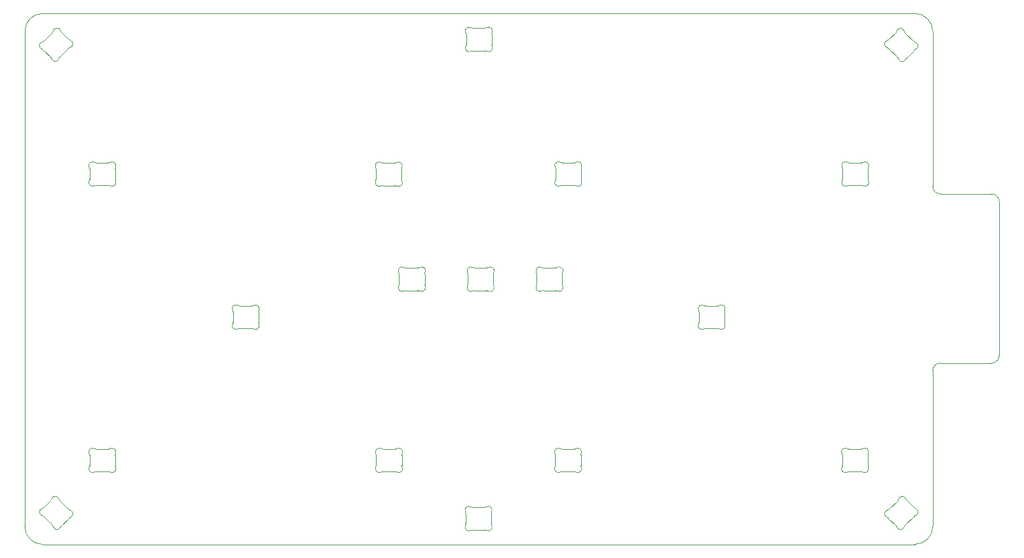
<source format=gm1>
%TF.GenerationSoftware,KiCad,Pcbnew,(7.0.0)*%
%TF.CreationDate,2023-03-23T02:06:17-06:00*%
%TF.ProjectId,PicoLX,5069636f-4c58-42e6-9b69-6361645f7063,rev?*%
%TF.SameCoordinates,Original*%
%TF.FileFunction,Profile,NP*%
%FSLAX46Y46*%
G04 Gerber Fmt 4.6, Leading zero omitted, Abs format (unit mm)*
G04 Created by KiCad (PCBNEW (7.0.0)) date 2023-03-23 02:06:17*
%MOMM*%
%LPD*%
G01*
G04 APERTURE LIST*
%TA.AperFunction,Profile*%
%ADD10C,0.100000*%
%TD*%
G04 APERTURE END LIST*
D10*
X219675000Y-108500000D02*
X219679352Y-129243584D01*
X219675000Y-84000000D02*
X219679352Y-63362334D01*
X219675000Y-84000000D02*
G75*
G03*
X220675000Y-85000000I1000000J0D01*
G01*
X220675000Y-107500000D02*
G75*
G03*
X219675000Y-108500000I0J-1000000D01*
G01*
X227500000Y-107500000D02*
G75*
G03*
X228500000Y-106500000I0J1000000D01*
G01*
X228500000Y-86000000D02*
G75*
G03*
X227500000Y-85000000I-1000000J0D01*
G01*
X228500000Y-106500000D02*
X228500000Y-86000000D01*
X227500000Y-107500000D02*
X220675000Y-107500000D01*
X220675000Y-85000000D02*
X227500000Y-85000000D01*
X217298102Y-131624852D02*
G75*
G03*
X219679352Y-129243584I-202J2381452D01*
G01*
X99029266Y-129243584D02*
G75*
G03*
X101410602Y-131624834I2381334J84D01*
G01*
X101410602Y-60981052D02*
G75*
G03*
X99029352Y-63362334I-2J-2381248D01*
G01*
X99029352Y-129243584D02*
X99029352Y-63362334D01*
X219679316Y-63362334D02*
G75*
G03*
X217298102Y-60981084I-2381216J34D01*
G01*
X217298102Y-131624834D02*
X101410602Y-131624834D01*
X101410602Y-60981084D02*
X217298102Y-60981084D01*
%TO.C,LED2*%
X101493751Y-65851620D02*
G75*
G03*
X101305392Y-65733269I-353537J-353596D01*
G01*
X101343714Y-64777718D02*
G75*
G03*
X101570382Y-64647639I-126892J483642D01*
G01*
X103779536Y-63259125D02*
G75*
G03*
X102823986Y-63297445I-471918J-165204D01*
G01*
X103779536Y-63259124D02*
G75*
G03*
X103897901Y-63447472I471910J165200D01*
G01*
X102693907Y-63524114D02*
G75*
G03*
X102823986Y-63297445I-353561J353558D01*
G01*
X104891871Y-64441441D02*
G75*
G03*
X105080217Y-64559805I353547J353546D01*
G01*
X102606070Y-67033950D02*
G75*
G03*
X102487707Y-66845603I-471911J-165197D01*
G01*
X103691702Y-66768960D02*
G75*
G03*
X103561624Y-66995628I353562J-353558D01*
G01*
X105041895Y-65515355D02*
G75*
G03*
X104815227Y-65645433I126890J-483640D01*
G01*
X105041895Y-65515353D02*
G75*
G03*
X105080217Y-64559806I-126884J483631D01*
G01*
X101343715Y-64777720D02*
G75*
G03*
X101305392Y-65733268I126884J-483631D01*
G01*
X102606073Y-67033949D02*
G75*
G03*
X103561623Y-66995628I471918J165205D01*
G01*
X104891870Y-64441440D02*
X103897901Y-63447472D01*
X103691702Y-66768959D02*
X104815227Y-65645433D01*
X102693907Y-63524114D02*
X101570382Y-64647639D01*
X101493740Y-65851633D02*
X102487708Y-66845602D01*
%TO.C,LED19*%
X148770001Y-97052841D02*
X148770001Y-95647157D01*
X151264452Y-97849999D02*
X149675548Y-97849999D01*
X149675548Y-94850000D02*
X151264453Y-94850000D01*
X152169999Y-95647157D02*
X152169999Y-97052841D01*
X149423289Y-94781700D02*
G75*
G03*
X148720516Y-95430279I-252259J-431700D01*
G01*
X148720517Y-97269720D02*
G75*
G03*
X149423289Y-97918295I450514J-216876D01*
G01*
X152219484Y-95430279D02*
G75*
G03*
X151516711Y-94781701I-450514J216878D01*
G01*
X151264453Y-94850000D02*
G75*
G03*
X151516711Y-94781701I-3J500009D01*
G01*
X149423289Y-94781700D02*
G75*
G03*
X149675547Y-94849999I252261J431710D01*
G01*
X148770003Y-95647157D02*
G75*
G03*
X148720516Y-95430279I-499993J-3D01*
G01*
X152219484Y-95430279D02*
G75*
G03*
X152169999Y-95647156I450505J-216876D01*
G01*
X151516711Y-97918298D02*
G75*
G03*
X151264452Y-97849999I-252261J-431710D01*
G01*
X152170000Y-97052841D02*
G75*
G03*
X152219485Y-97269719I499989J-2D01*
G01*
X151516711Y-97918298D02*
G75*
G03*
X152219483Y-97269718I252259J431700D01*
G01*
X149675548Y-97850000D02*
G75*
G03*
X149423290Y-97918298I2J-500010D01*
G01*
X148720500Y-97269711D02*
G75*
G03*
X148770001Y-97052842I-450500J216911D01*
G01*
%TO.C,LED18*%
X157900001Y-97052841D02*
X157900001Y-95647157D01*
X160394452Y-97849999D02*
X158805548Y-97849999D01*
X158805548Y-94850000D02*
X160394453Y-94850000D01*
X161299999Y-95647157D02*
X161299999Y-97052841D01*
X158553289Y-94781700D02*
G75*
G03*
X157850516Y-95430279I-252259J-431700D01*
G01*
X157850517Y-97269720D02*
G75*
G03*
X158553289Y-97918295I450514J-216876D01*
G01*
X161349484Y-95430279D02*
G75*
G03*
X160646711Y-94781701I-450514J216878D01*
G01*
X160394453Y-94850000D02*
G75*
G03*
X160646711Y-94781701I-3J500009D01*
G01*
X158553289Y-94781700D02*
G75*
G03*
X158805547Y-94849999I252261J431710D01*
G01*
X157900003Y-95647157D02*
G75*
G03*
X157850516Y-95430279I-499993J-3D01*
G01*
X161349484Y-95430279D02*
G75*
G03*
X161299999Y-95647156I450505J-216876D01*
G01*
X160646711Y-97918298D02*
G75*
G03*
X160394452Y-97849999I-252261J-431710D01*
G01*
X161300000Y-97052841D02*
G75*
G03*
X161349485Y-97269719I499989J-2D01*
G01*
X160646711Y-97918298D02*
G75*
G03*
X161349483Y-97269718I252259J431700D01*
G01*
X158805548Y-97850000D02*
G75*
G03*
X158553290Y-97918298I2J-500010D01*
G01*
X157850500Y-97269711D02*
G75*
G03*
X157900001Y-97052842I-450500J216911D01*
G01*
%TO.C,LED17*%
X167050001Y-97052841D02*
X167050001Y-95647157D01*
X169544452Y-97849999D02*
X167955548Y-97849999D01*
X167955548Y-94850000D02*
X169544453Y-94850000D01*
X170449999Y-95647157D02*
X170449999Y-97052841D01*
X167703289Y-94781700D02*
G75*
G03*
X167000516Y-95430279I-252259J-431700D01*
G01*
X167000517Y-97269720D02*
G75*
G03*
X167703289Y-97918295I450514J-216876D01*
G01*
X170499484Y-95430279D02*
G75*
G03*
X169796711Y-94781701I-450514J216878D01*
G01*
X169544453Y-94850000D02*
G75*
G03*
X169796711Y-94781701I-3J500009D01*
G01*
X167703289Y-94781700D02*
G75*
G03*
X167955547Y-94849999I252261J431710D01*
G01*
X167050003Y-95647157D02*
G75*
G03*
X167000516Y-95430279I-499993J-3D01*
G01*
X170499484Y-95430279D02*
G75*
G03*
X170449999Y-95647156I450505J-216876D01*
G01*
X169796711Y-97918298D02*
G75*
G03*
X169544452Y-97849999I-252261J-431710D01*
G01*
X170450000Y-97052841D02*
G75*
G03*
X170499485Y-97269719I499989J-2D01*
G01*
X169796711Y-97918298D02*
G75*
G03*
X170499483Y-97269718I252259J431700D01*
G01*
X167955548Y-97850000D02*
G75*
G03*
X167703290Y-97918298I2J-500010D01*
G01*
X167000500Y-97269711D02*
G75*
G03*
X167050001Y-97052842I-450500J216911D01*
G01*
%TO.C,LED16*%
X107640001Y-83052841D02*
X107640001Y-81647157D01*
X110134452Y-83849999D02*
X108545548Y-83849999D01*
X108545548Y-80850000D02*
X110134453Y-80850000D01*
X111039999Y-81647157D02*
X111039999Y-83052841D01*
X108293289Y-80781700D02*
G75*
G03*
X107590516Y-81430279I-252259J-431700D01*
G01*
X107590517Y-83269720D02*
G75*
G03*
X108293289Y-83918295I450514J-216876D01*
G01*
X111089484Y-81430279D02*
G75*
G03*
X110386711Y-80781701I-450514J216878D01*
G01*
X110134453Y-80850000D02*
G75*
G03*
X110386711Y-80781701I-3J500009D01*
G01*
X108293289Y-80781700D02*
G75*
G03*
X108545547Y-80849999I252261J431710D01*
G01*
X107640003Y-81647157D02*
G75*
G03*
X107590516Y-81430279I-499993J-3D01*
G01*
X111089484Y-81430279D02*
G75*
G03*
X111039999Y-81647156I450505J-216876D01*
G01*
X110386711Y-83918298D02*
G75*
G03*
X110134452Y-83849999I-252261J-431710D01*
G01*
X111040000Y-83052841D02*
G75*
G03*
X111089485Y-83269719I499989J-2D01*
G01*
X110386711Y-83918298D02*
G75*
G03*
X111089483Y-83269718I252259J431700D01*
G01*
X108545548Y-83850000D02*
G75*
G03*
X108293290Y-83918298I2J-500010D01*
G01*
X107590500Y-83269711D02*
G75*
G03*
X107640001Y-83052842I-450500J216911D01*
G01*
%TO.C,LED15*%
X107590500Y-121369711D02*
G75*
G03*
X107640001Y-121152842I-450500J216911D01*
G01*
X108545548Y-121950000D02*
G75*
G03*
X108293290Y-122018298I2J-500010D01*
G01*
X110386711Y-122018298D02*
G75*
G03*
X111089483Y-121369718I252259J431700D01*
G01*
X111040000Y-121152841D02*
G75*
G03*
X111089485Y-121369719I499989J-2D01*
G01*
X110386711Y-122018298D02*
G75*
G03*
X110134452Y-121949999I-252261J-431710D01*
G01*
X111089484Y-119530279D02*
G75*
G03*
X111039999Y-119747156I450505J-216876D01*
G01*
X107640003Y-119747157D02*
G75*
G03*
X107590516Y-119530279I-499993J-3D01*
G01*
X108293289Y-118881700D02*
G75*
G03*
X108545547Y-118949999I252261J431710D01*
G01*
X110134453Y-118950000D02*
G75*
G03*
X110386711Y-118881701I-3J500009D01*
G01*
X111089484Y-119530279D02*
G75*
G03*
X110386711Y-118881701I-450514J216878D01*
G01*
X107590517Y-121369720D02*
G75*
G03*
X108293289Y-122018295I450514J-216876D01*
G01*
X108293289Y-118881700D02*
G75*
G03*
X107590516Y-119530279I-252259J-431700D01*
G01*
X111039999Y-119747157D02*
X111039999Y-121152841D01*
X108545548Y-118950000D02*
X110134453Y-118950000D01*
X110134452Y-121949999D02*
X108545548Y-121949999D01*
X107640001Y-121152841D02*
X107640001Y-119747157D01*
%TO.C,LED14*%
X126690001Y-102102841D02*
X126690001Y-100697157D01*
X129184452Y-102899999D02*
X127595548Y-102899999D01*
X127595548Y-99900000D02*
X129184453Y-99900000D01*
X130089999Y-100697157D02*
X130089999Y-102102841D01*
X127343289Y-99831700D02*
G75*
G03*
X126640516Y-100480279I-252259J-431700D01*
G01*
X126640517Y-102319720D02*
G75*
G03*
X127343289Y-102968295I450514J-216876D01*
G01*
X130139484Y-100480279D02*
G75*
G03*
X129436711Y-99831701I-450514J216878D01*
G01*
X129184453Y-99900000D02*
G75*
G03*
X129436711Y-99831701I-3J500009D01*
G01*
X127343289Y-99831700D02*
G75*
G03*
X127595547Y-99899999I252261J431710D01*
G01*
X126690003Y-100697157D02*
G75*
G03*
X126640516Y-100480279I-499993J-3D01*
G01*
X130139484Y-100480279D02*
G75*
G03*
X130089999Y-100697156I450505J-216876D01*
G01*
X129436711Y-102968298D02*
G75*
G03*
X129184452Y-102899999I-252261J-431710D01*
G01*
X130090000Y-102102841D02*
G75*
G03*
X130139485Y-102319719I499989J-2D01*
G01*
X129436711Y-102968298D02*
G75*
G03*
X130139483Y-102319718I252259J431700D01*
G01*
X127595548Y-102900000D02*
G75*
G03*
X127343290Y-102968298I2J-500010D01*
G01*
X126640500Y-102319711D02*
G75*
G03*
X126690001Y-102102842I-450500J216911D01*
G01*
%TO.C,LED13*%
X145675500Y-121369711D02*
G75*
G03*
X145725001Y-121152842I-450500J216911D01*
G01*
X146630548Y-121950000D02*
G75*
G03*
X146378290Y-122018298I2J-500010D01*
G01*
X148471711Y-122018298D02*
G75*
G03*
X149174483Y-121369718I252259J431700D01*
G01*
X149125000Y-121152841D02*
G75*
G03*
X149174485Y-121369719I499989J-2D01*
G01*
X148471711Y-122018298D02*
G75*
G03*
X148219452Y-121949999I-252261J-431710D01*
G01*
X149174484Y-119530279D02*
G75*
G03*
X149124999Y-119747156I450505J-216876D01*
G01*
X145725003Y-119747157D02*
G75*
G03*
X145675516Y-119530279I-499993J-3D01*
G01*
X146378289Y-118881700D02*
G75*
G03*
X146630547Y-118949999I252261J431710D01*
G01*
X148219453Y-118950000D02*
G75*
G03*
X148471711Y-118881701I-3J500009D01*
G01*
X149174484Y-119530279D02*
G75*
G03*
X148471711Y-118881701I-450514J216878D01*
G01*
X145675517Y-121369720D02*
G75*
G03*
X146378289Y-122018295I450514J-216876D01*
G01*
X146378289Y-118881700D02*
G75*
G03*
X145675516Y-119530279I-252259J-431700D01*
G01*
X149124999Y-119747157D02*
X149124999Y-121152841D01*
X146630548Y-118950000D02*
X148219453Y-118950000D01*
X148219452Y-121949999D02*
X146630548Y-121949999D01*
X145725001Y-121152841D02*
X145725001Y-119747157D01*
%TO.C,LED12*%
X145700001Y-83077841D02*
X145700001Y-81672157D01*
X148194452Y-83874999D02*
X146605548Y-83874999D01*
X146605548Y-80875000D02*
X148194453Y-80875000D01*
X149099999Y-81672157D02*
X149099999Y-83077841D01*
X146353289Y-80806700D02*
G75*
G03*
X145650516Y-81455279I-252259J-431700D01*
G01*
X145650517Y-83294720D02*
G75*
G03*
X146353289Y-83943295I450514J-216876D01*
G01*
X149149484Y-81455279D02*
G75*
G03*
X148446711Y-80806701I-450514J216878D01*
G01*
X148194453Y-80875000D02*
G75*
G03*
X148446711Y-80806701I-3J500009D01*
G01*
X146353289Y-80806700D02*
G75*
G03*
X146605547Y-80874999I252261J431710D01*
G01*
X145700003Y-81672157D02*
G75*
G03*
X145650516Y-81455279I-499993J-3D01*
G01*
X149149484Y-81455279D02*
G75*
G03*
X149099999Y-81672156I450505J-216876D01*
G01*
X148446711Y-83943298D02*
G75*
G03*
X148194452Y-83874999I-252261J-431710D01*
G01*
X149100000Y-83077841D02*
G75*
G03*
X149149485Y-83294719I499989J-2D01*
G01*
X148446711Y-83943298D02*
G75*
G03*
X149149483Y-83294718I252259J431700D01*
G01*
X146605548Y-83875000D02*
G75*
G03*
X146353290Y-83943298I2J-500010D01*
G01*
X145650500Y-83294711D02*
G75*
G03*
X145700001Y-83077842I-450500J216911D01*
G01*
%TO.C,LED11*%
X169550001Y-83052841D02*
X169550001Y-81647157D01*
X172044452Y-83849999D02*
X170455548Y-83849999D01*
X170455548Y-80850000D02*
X172044453Y-80850000D01*
X172949999Y-81647157D02*
X172949999Y-83052841D01*
X170203289Y-80781700D02*
G75*
G03*
X169500516Y-81430279I-252259J-431700D01*
G01*
X169500517Y-83269720D02*
G75*
G03*
X170203289Y-83918295I450514J-216876D01*
G01*
X172999484Y-81430279D02*
G75*
G03*
X172296711Y-80781701I-450514J216878D01*
G01*
X172044453Y-80850000D02*
G75*
G03*
X172296711Y-80781701I-3J500009D01*
G01*
X170203289Y-80781700D02*
G75*
G03*
X170455547Y-80849999I252261J431710D01*
G01*
X169550003Y-81647157D02*
G75*
G03*
X169500516Y-81430279I-499993J-3D01*
G01*
X172999484Y-81430279D02*
G75*
G03*
X172949999Y-81647156I450505J-216876D01*
G01*
X172296711Y-83918298D02*
G75*
G03*
X172044452Y-83849999I-252261J-431710D01*
G01*
X172950000Y-83052841D02*
G75*
G03*
X172999485Y-83269719I499989J-2D01*
G01*
X172296711Y-83918298D02*
G75*
G03*
X172999483Y-83269718I252259J431700D01*
G01*
X170455548Y-83850000D02*
G75*
G03*
X170203290Y-83918298I2J-500010D01*
G01*
X169500500Y-83269711D02*
G75*
G03*
X169550001Y-83052842I-450500J216911D01*
G01*
%TO.C,LED10*%
X169520001Y-121152841D02*
X169520001Y-119747157D01*
X172014452Y-121949999D02*
X170425548Y-121949999D01*
X170425548Y-118950000D02*
X172014453Y-118950000D01*
X172919999Y-119747157D02*
X172919999Y-121152841D01*
X170173289Y-118881700D02*
G75*
G03*
X169470516Y-119530279I-252259J-431700D01*
G01*
X169470517Y-121369720D02*
G75*
G03*
X170173289Y-122018295I450514J-216876D01*
G01*
X172969484Y-119530279D02*
G75*
G03*
X172266711Y-118881701I-450514J216878D01*
G01*
X172014453Y-118950000D02*
G75*
G03*
X172266711Y-118881701I-3J500009D01*
G01*
X170173289Y-118881700D02*
G75*
G03*
X170425547Y-118949999I252261J431710D01*
G01*
X169520003Y-119747157D02*
G75*
G03*
X169470516Y-119530279I-499993J-3D01*
G01*
X172969484Y-119530279D02*
G75*
G03*
X172919999Y-119747156I450505J-216876D01*
G01*
X172266711Y-122018298D02*
G75*
G03*
X172014452Y-121949999I-252261J-431710D01*
G01*
X172920000Y-121152841D02*
G75*
G03*
X172969485Y-121369719I499989J-2D01*
G01*
X172266711Y-122018298D02*
G75*
G03*
X172969483Y-121369718I252259J431700D01*
G01*
X170425548Y-121950000D02*
G75*
G03*
X170173290Y-122018298I2J-500010D01*
G01*
X169470500Y-121369711D02*
G75*
G03*
X169520001Y-121152842I-450500J216911D01*
G01*
%TO.C,LED9*%
X188600001Y-102102841D02*
X188600001Y-100697157D01*
X191094452Y-102899999D02*
X189505548Y-102899999D01*
X189505548Y-99900000D02*
X191094453Y-99900000D01*
X191999999Y-100697157D02*
X191999999Y-102102841D01*
X189253289Y-99831700D02*
G75*
G03*
X188550516Y-100480279I-252259J-431700D01*
G01*
X188550517Y-102319720D02*
G75*
G03*
X189253289Y-102968295I450514J-216876D01*
G01*
X192049484Y-100480279D02*
G75*
G03*
X191346711Y-99831701I-450514J216878D01*
G01*
X191094453Y-99900000D02*
G75*
G03*
X191346711Y-99831701I-3J500009D01*
G01*
X189253289Y-99831700D02*
G75*
G03*
X189505547Y-99899999I252261J431710D01*
G01*
X188600003Y-100697157D02*
G75*
G03*
X188550516Y-100480279I-499993J-3D01*
G01*
X192049484Y-100480279D02*
G75*
G03*
X191999999Y-100697156I450505J-216876D01*
G01*
X191346711Y-102968298D02*
G75*
G03*
X191094452Y-102899999I-252261J-431710D01*
G01*
X192000000Y-102102841D02*
G75*
G03*
X192049485Y-102319719I499989J-2D01*
G01*
X191346711Y-102968298D02*
G75*
G03*
X192049483Y-102319718I252259J431700D01*
G01*
X189505548Y-102900000D02*
G75*
G03*
X189253290Y-102968298I2J-500010D01*
G01*
X188550500Y-102319711D02*
G75*
G03*
X188600001Y-102102842I-450500J216911D01*
G01*
%TO.C,LED8*%
X207650001Y-121152841D02*
X207650001Y-119747157D01*
X210144452Y-121949999D02*
X208555548Y-121949999D01*
X208555548Y-118950000D02*
X210144453Y-118950000D01*
X211049999Y-119747157D02*
X211049999Y-121152841D01*
X208303289Y-118881700D02*
G75*
G03*
X207600516Y-119530279I-252259J-431700D01*
G01*
X207600517Y-121369720D02*
G75*
G03*
X208303289Y-122018295I450514J-216876D01*
G01*
X211099484Y-119530279D02*
G75*
G03*
X210396711Y-118881701I-450514J216878D01*
G01*
X210144453Y-118950000D02*
G75*
G03*
X210396711Y-118881701I-3J500009D01*
G01*
X208303289Y-118881700D02*
G75*
G03*
X208555547Y-118949999I252261J431710D01*
G01*
X207650003Y-119747157D02*
G75*
G03*
X207600516Y-119530279I-499993J-3D01*
G01*
X211099484Y-119530279D02*
G75*
G03*
X211049999Y-119747156I450505J-216876D01*
G01*
X210396711Y-122018298D02*
G75*
G03*
X210144452Y-121949999I-252261J-431710D01*
G01*
X211050000Y-121152841D02*
G75*
G03*
X211099485Y-121369719I499989J-2D01*
G01*
X210396711Y-122018298D02*
G75*
G03*
X211099483Y-121369718I252259J431700D01*
G01*
X208555548Y-121950000D02*
G75*
G03*
X208303290Y-122018298I2J-500010D01*
G01*
X207600500Y-121369711D02*
G75*
G03*
X207650001Y-121152842I-450500J216911D01*
G01*
%TO.C,LED7*%
X207675001Y-83052841D02*
X207675001Y-81647157D01*
X210169452Y-83849999D02*
X208580548Y-83849999D01*
X208580548Y-80850000D02*
X210169453Y-80850000D01*
X211074999Y-81647157D02*
X211074999Y-83052841D01*
X208328289Y-80781700D02*
G75*
G03*
X207625516Y-81430279I-252259J-431700D01*
G01*
X207625517Y-83269720D02*
G75*
G03*
X208328289Y-83918295I450514J-216876D01*
G01*
X211124484Y-81430279D02*
G75*
G03*
X210421711Y-80781701I-450514J216878D01*
G01*
X210169453Y-80850000D02*
G75*
G03*
X210421711Y-80781701I-3J500009D01*
G01*
X208328289Y-80781700D02*
G75*
G03*
X208580547Y-80849999I252261J431710D01*
G01*
X207675003Y-81647157D02*
G75*
G03*
X207625516Y-81430279I-499993J-3D01*
G01*
X211124484Y-81430279D02*
G75*
G03*
X211074999Y-81647156I450505J-216876D01*
G01*
X210421711Y-83918298D02*
G75*
G03*
X210169452Y-83849999I-252261J-431710D01*
G01*
X211075000Y-83052841D02*
G75*
G03*
X211124485Y-83269719I499989J-2D01*
G01*
X210421711Y-83918298D02*
G75*
G03*
X211124483Y-83269718I252259J431700D01*
G01*
X208580548Y-83850000D02*
G75*
G03*
X208328290Y-83918298I2J-500010D01*
G01*
X207625500Y-83269711D02*
G75*
G03*
X207675001Y-83052842I-450500J216911D01*
G01*
%TO.C,LED6*%
X214794916Y-63475947D02*
G75*
G03*
X214913267Y-63287588I-353596J353537D01*
G01*
X215868818Y-63325910D02*
G75*
G03*
X215998897Y-63552578I483642J126892D01*
G01*
X217387411Y-65761732D02*
G75*
G03*
X217349091Y-64806182I-165204J471918D01*
G01*
X217387412Y-65761732D02*
G75*
G03*
X217199064Y-65880097I165200J-471910D01*
G01*
X217122422Y-64676103D02*
G75*
G03*
X217349091Y-64806182I353558J353561D01*
G01*
X216205095Y-66874067D02*
G75*
G03*
X216086731Y-67062413I353546J-353547D01*
G01*
X213612586Y-64588266D02*
G75*
G03*
X213800933Y-64469903I-165197J471911D01*
G01*
X213877576Y-65673898D02*
G75*
G03*
X213650908Y-65543820I-353558J-353562D01*
G01*
X215131181Y-67024091D02*
G75*
G03*
X215001103Y-66797423I-483640J-126890D01*
G01*
X215131183Y-67024091D02*
G75*
G03*
X216086730Y-67062413I483631J126884D01*
G01*
X215868816Y-63325911D02*
G75*
G03*
X214913268Y-63287588I-483631J-126884D01*
G01*
X213612587Y-64588269D02*
G75*
G03*
X213650908Y-65543819I165205J-471918D01*
G01*
X216205096Y-66874066D02*
X217199064Y-65880097D01*
X213877577Y-65673898D02*
X215001103Y-66797423D01*
X217122422Y-64676103D02*
X215998897Y-63552578D01*
X214794903Y-63475936D02*
X213800934Y-64469904D01*
%TO.C,LED5*%
X217199053Y-126744916D02*
G75*
G03*
X217387412Y-126863267I353537J353596D01*
G01*
X217349090Y-127818818D02*
G75*
G03*
X217122422Y-127948897I126892J-483642D01*
G01*
X214913268Y-129337411D02*
G75*
G03*
X215868818Y-129299091I471918J165204D01*
G01*
X214913268Y-129337412D02*
G75*
G03*
X214794903Y-129149064I-471910J-165200D01*
G01*
X215998897Y-129072422D02*
G75*
G03*
X215868818Y-129299091I353561J-353558D01*
G01*
X213800933Y-128155095D02*
G75*
G03*
X213612587Y-128036731I-353547J-353546D01*
G01*
X216086734Y-125562586D02*
G75*
G03*
X216205097Y-125750933I471911J165197D01*
G01*
X215001102Y-125827576D02*
G75*
G03*
X215131180Y-125600908I-353562J353558D01*
G01*
X213650909Y-127081181D02*
G75*
G03*
X213877577Y-126951103I-126890J483640D01*
G01*
X213650909Y-127081183D02*
G75*
G03*
X213612587Y-128036730I126884J-483631D01*
G01*
X217349089Y-127818816D02*
G75*
G03*
X217387412Y-126863268I-126884J483631D01*
G01*
X216086731Y-125562587D02*
G75*
G03*
X215131181Y-125600908I-471918J-165205D01*
G01*
X213800934Y-128155096D02*
X214794903Y-129149064D01*
X215001102Y-125827577D02*
X213877577Y-126951103D01*
X215998897Y-129072422D02*
X217122422Y-127948897D01*
X217199064Y-126744903D02*
X216205096Y-125750934D01*
%TO.C,LED4*%
X161024999Y-128902841D02*
X161024999Y-127497157D01*
X158530548Y-129699999D02*
X160119452Y-129699999D01*
X160119452Y-126700000D02*
X158530547Y-126700000D01*
X157625001Y-127497157D02*
X157625001Y-128902841D01*
X161074484Y-127280279D02*
G75*
G03*
X160371711Y-126631700I-450514J216879D01*
G01*
X160371711Y-129768296D02*
G75*
G03*
X161074484Y-129119719I252258J431700D01*
G01*
X158278288Y-126631702D02*
G75*
G03*
X157575517Y-127280279I-252258J-431699D01*
G01*
X158278289Y-126631701D02*
G75*
G03*
X158530547Y-126700000I252261J431710D01*
G01*
X160119453Y-126699999D02*
G75*
G03*
X160371711Y-126631700I-3J500009D01*
G01*
X161074486Y-127280280D02*
G75*
G03*
X161024999Y-127497157I450504J-216880D01*
G01*
X157625000Y-127497156D02*
G75*
G03*
X157575515Y-127280279I-499989J1D01*
G01*
X158530548Y-129699999D02*
G75*
G03*
X158278289Y-129768298I2J-500009D01*
G01*
X157575516Y-129119719D02*
G75*
G03*
X157625001Y-128902841I-450505J216876D01*
G01*
X157575517Y-129119718D02*
G75*
G03*
X158278289Y-129768298I450513J-216880D01*
G01*
X160371710Y-129768297D02*
G75*
G03*
X160119452Y-129699999I-252260J-431713D01*
G01*
X161024982Y-128902842D02*
G75*
G03*
X161074484Y-129119719I500018J42D01*
G01*
%TO.C,LED3*%
X103905097Y-129149064D02*
X104899066Y-128155096D01*
X101577578Y-127948897D02*
X102701103Y-129072422D01*
X104822423Y-126951102D02*
X103698897Y-125827577D01*
X102494904Y-125750934D02*
X101500936Y-126744903D01*
X105087413Y-128036731D02*
G75*
G03*
X105049092Y-127081181I-165205J471918D01*
G01*
X102831184Y-129299089D02*
G75*
G03*
X103786732Y-129337412I483631J126884D01*
G01*
X103568817Y-125600909D02*
G75*
G03*
X102613270Y-125562587I-483631J-126884D01*
G01*
X103568819Y-125600909D02*
G75*
G03*
X103698897Y-125827577I483640J126890D01*
G01*
X104822424Y-126951102D02*
G75*
G03*
X105049092Y-127081180I353558J353562D01*
G01*
X105087414Y-128036734D02*
G75*
G03*
X104899067Y-128155097I165197J-471911D01*
G01*
X102494905Y-125750933D02*
G75*
G03*
X102613269Y-125562587I-353546J353547D01*
G01*
X101577578Y-127948897D02*
G75*
G03*
X101350909Y-127818818I-353558J-353561D01*
G01*
X101312588Y-126863268D02*
G75*
G03*
X101500936Y-126744903I-165200J471910D01*
G01*
X101312589Y-126863268D02*
G75*
G03*
X101350909Y-127818818I165204J-471918D01*
G01*
X102831182Y-129299090D02*
G75*
G03*
X102701103Y-129072422I-483642J-126892D01*
G01*
X103905084Y-129149053D02*
G75*
G03*
X103786733Y-129337412I353596J-353537D01*
G01*
%TO.C,LED1*%
X157675018Y-63747158D02*
G75*
G03*
X157625516Y-63530281I-500018J-42D01*
G01*
X158328290Y-62881703D02*
G75*
G03*
X158580548Y-62950001I252260J431713D01*
G01*
X161124483Y-63530282D02*
G75*
G03*
X160421711Y-62881702I-450513J216880D01*
G01*
X161124484Y-63530281D02*
G75*
G03*
X161074999Y-63747159I450505J-216876D01*
G01*
X160169452Y-62950001D02*
G75*
G03*
X160421711Y-62881702I-2J500009D01*
G01*
X161075000Y-65152844D02*
G75*
G03*
X161124485Y-65369721I499989J-1D01*
G01*
X157625514Y-65369720D02*
G75*
G03*
X157675001Y-65152843I-450504J216880D01*
G01*
X158580547Y-65950001D02*
G75*
G03*
X158328289Y-66018300I3J-500009D01*
G01*
X160421711Y-66018299D02*
G75*
G03*
X160169453Y-65950000I-252261J-431710D01*
G01*
X160421712Y-66018298D02*
G75*
G03*
X161124483Y-65369721I252258J431699D01*
G01*
X158328289Y-62881704D02*
G75*
G03*
X157625516Y-63530281I-252258J-431700D01*
G01*
X157625516Y-65369721D02*
G75*
G03*
X158328289Y-66018300I450514J-216879D01*
G01*
X161074999Y-65152843D02*
X161074999Y-63747159D01*
X158580548Y-65950000D02*
X160169453Y-65950000D01*
X160169452Y-62950001D02*
X158580548Y-62950001D01*
X157675001Y-63747159D02*
X157675001Y-65152843D01*
%TD*%
M02*

</source>
